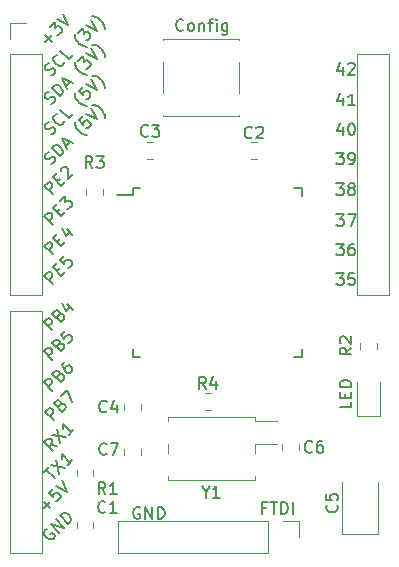
<source format=gbr>
G04 #@! TF.GenerationSoftware,KiCad,Pcbnew,(5.1.5-0-10_14)*
G04 #@! TF.CreationDate,2020-11-09T16:05:26+01:00*
G04 #@! TF.ProjectId,ATmega128_CC1101_Board,41546d65-6761-4313-9238-5f4343313130,rev?*
G04 #@! TF.SameCoordinates,Original*
G04 #@! TF.FileFunction,Legend,Top*
G04 #@! TF.FilePolarity,Positive*
%FSLAX46Y46*%
G04 Gerber Fmt 4.6, Leading zero omitted, Abs format (unit mm)*
G04 Created by KiCad (PCBNEW (5.1.5-0-10_14)) date 2020-11-09 16:05:26*
%MOMM*%
%LPD*%
G04 APERTURE LIST*
%ADD10C,0.150000*%
%ADD11C,0.120000*%
G04 APERTURE END LIST*
D10*
X104041370Y-67859644D02*
X104580118Y-67320896D01*
X104580118Y-67859644D02*
X104041370Y-67320896D01*
X104411759Y-66613790D02*
X104849492Y-66176057D01*
X104883164Y-66681133D01*
X104984179Y-66580118D01*
X105085194Y-66546446D01*
X105152538Y-66546446D01*
X105253553Y-66580118D01*
X105421912Y-66748477D01*
X105455583Y-66849492D01*
X105455583Y-66916835D01*
X105421912Y-67017851D01*
X105219881Y-67219881D01*
X105118866Y-67253553D01*
X105051522Y-67253553D01*
X105051522Y-65974026D02*
X105994331Y-66445431D01*
X105522927Y-65502622D01*
X104678087Y-88361675D02*
X103970981Y-87654568D01*
X104240355Y-87385194D01*
X104341370Y-87351522D01*
X104408713Y-87351522D01*
X104509729Y-87385194D01*
X104610744Y-87486209D01*
X104644416Y-87587225D01*
X104644416Y-87654568D01*
X104610744Y-87755583D01*
X104341370Y-88024957D01*
X105014805Y-87284179D02*
X105250507Y-87048477D01*
X105721912Y-87317851D02*
X105385194Y-87654568D01*
X104678087Y-86947461D01*
X105014805Y-86610744D01*
X105654568Y-85970981D02*
X105317851Y-86307698D01*
X105620896Y-86678087D01*
X105620896Y-86610744D01*
X105654568Y-86509729D01*
X105822927Y-86341370D01*
X105923942Y-86307698D01*
X105991286Y-86307698D01*
X106092301Y-86341370D01*
X106260660Y-86509729D01*
X106294331Y-86610744D01*
X106294331Y-86678087D01*
X106260660Y-86779103D01*
X106092301Y-86947461D01*
X105991286Y-86981133D01*
X105923942Y-86981133D01*
X104678087Y-85861675D02*
X103970981Y-85154568D01*
X104240355Y-84885194D01*
X104341370Y-84851522D01*
X104408713Y-84851522D01*
X104509729Y-84885194D01*
X104610744Y-84986209D01*
X104644416Y-85087225D01*
X104644416Y-85154568D01*
X104610744Y-85255583D01*
X104341370Y-85524957D01*
X105014805Y-84784179D02*
X105250507Y-84548477D01*
X105721912Y-84817851D02*
X105385194Y-85154568D01*
X104678087Y-84447461D01*
X105014805Y-84110744D01*
X105856599Y-83740355D02*
X106328003Y-84211759D01*
X105418866Y-83639339D02*
X105755583Y-84312774D01*
X106193316Y-83875042D01*
X104678087Y-83361675D02*
X103970981Y-82654568D01*
X104240355Y-82385194D01*
X104341370Y-82351522D01*
X104408713Y-82351522D01*
X104509729Y-82385194D01*
X104610744Y-82486209D01*
X104644416Y-82587225D01*
X104644416Y-82654568D01*
X104610744Y-82755583D01*
X104341370Y-83024957D01*
X105014805Y-82284179D02*
X105250507Y-82048477D01*
X105721912Y-82317851D02*
X105385194Y-82654568D01*
X104678087Y-81947461D01*
X105014805Y-81610744D01*
X105250507Y-81375042D02*
X105688240Y-80937309D01*
X105721912Y-81442385D01*
X105822927Y-81341370D01*
X105923942Y-81307698D01*
X105991286Y-81307698D01*
X106092301Y-81341370D01*
X106260660Y-81509729D01*
X106294331Y-81610744D01*
X106294331Y-81678087D01*
X106260660Y-81779103D01*
X106058629Y-81981133D01*
X105957614Y-82014805D01*
X105890270Y-82014805D01*
X104678087Y-80761675D02*
X103970981Y-80054568D01*
X104240355Y-79785194D01*
X104341370Y-79751522D01*
X104408713Y-79751522D01*
X104509729Y-79785194D01*
X104610744Y-79886209D01*
X104644416Y-79987225D01*
X104644416Y-80054568D01*
X104610744Y-80155583D01*
X104341370Y-80424957D01*
X105014805Y-79684179D02*
X105250507Y-79448477D01*
X105721912Y-79717851D02*
X105385194Y-80054568D01*
X104678087Y-79347461D01*
X105014805Y-79010744D01*
X105351522Y-78808713D02*
X105351522Y-78741370D01*
X105385194Y-78640355D01*
X105553553Y-78471996D01*
X105654568Y-78438324D01*
X105721912Y-78438324D01*
X105822927Y-78471996D01*
X105890270Y-78539339D01*
X105957614Y-78674026D01*
X105957614Y-79482148D01*
X106395347Y-79044416D01*
X104547038Y-78225381D02*
X104681725Y-78158037D01*
X104850084Y-77989679D01*
X104883755Y-77888663D01*
X104883755Y-77821320D01*
X104850084Y-77720305D01*
X104782740Y-77652961D01*
X104681725Y-77619289D01*
X104614381Y-77619289D01*
X104513366Y-77652961D01*
X104345007Y-77753976D01*
X104243992Y-77787648D01*
X104176649Y-77787648D01*
X104075633Y-77753976D01*
X104008290Y-77686633D01*
X103974618Y-77585618D01*
X103974618Y-77518274D01*
X104008290Y-77417259D01*
X104176649Y-77248900D01*
X104311336Y-77181557D01*
X105287816Y-77551946D02*
X104580710Y-76844839D01*
X104749068Y-76676480D01*
X104883755Y-76609137D01*
X105018442Y-76609137D01*
X105119458Y-76642809D01*
X105287816Y-76743824D01*
X105388832Y-76844839D01*
X105489847Y-77013198D01*
X105523519Y-77114213D01*
X105523519Y-77248900D01*
X105456175Y-77383587D01*
X105287816Y-77551946D01*
X105759221Y-76676480D02*
X106095938Y-76339763D01*
X105893908Y-76945854D02*
X105422503Y-76003045D01*
X106365312Y-76474450D01*
X107611167Y-75767343D02*
X107543824Y-75767343D01*
X107375465Y-75733671D01*
X107274450Y-75699999D01*
X107139763Y-75632656D01*
X106937732Y-75497969D01*
X106803045Y-75363282D01*
X106668358Y-75161251D01*
X106601015Y-75026564D01*
X106567343Y-74925549D01*
X106533671Y-74757190D01*
X106533671Y-74689847D01*
X107240778Y-74184771D02*
X106904061Y-74521488D01*
X107207106Y-74891877D01*
X107207106Y-74824534D01*
X107240778Y-74723519D01*
X107409137Y-74555160D01*
X107510152Y-74521488D01*
X107577496Y-74521488D01*
X107678511Y-74555160D01*
X107846870Y-74723519D01*
X107880541Y-74824534D01*
X107880541Y-74891877D01*
X107846870Y-74992893D01*
X107678511Y-75161251D01*
X107577496Y-75194923D01*
X107510152Y-75194923D01*
X107476480Y-73949068D02*
X108419289Y-74420473D01*
X107947885Y-73477664D01*
X109092724Y-74285786D02*
X109092724Y-74218442D01*
X109059053Y-74050084D01*
X109025381Y-73949068D01*
X108958037Y-73814381D01*
X108823350Y-73612351D01*
X108688663Y-73477664D01*
X108486633Y-73342977D01*
X108351946Y-73275633D01*
X108250931Y-73241962D01*
X108082572Y-73208290D01*
X108015228Y-73208290D01*
X104563874Y-75708545D02*
X104698561Y-75641201D01*
X104866920Y-75472843D01*
X104900591Y-75371827D01*
X104900591Y-75304484D01*
X104866920Y-75203469D01*
X104799576Y-75136125D01*
X104698561Y-75102453D01*
X104631217Y-75102453D01*
X104530202Y-75136125D01*
X104361843Y-75237140D01*
X104260828Y-75270812D01*
X104193485Y-75270812D01*
X104092469Y-75237140D01*
X104025126Y-75169797D01*
X103991454Y-75068782D01*
X103991454Y-75001438D01*
X104025126Y-74900423D01*
X104193485Y-74732064D01*
X104328172Y-74664721D01*
X105641370Y-74563705D02*
X105641370Y-74631049D01*
X105574026Y-74765736D01*
X105506683Y-74833079D01*
X105371996Y-74900423D01*
X105237309Y-74900423D01*
X105136294Y-74866751D01*
X104967935Y-74765736D01*
X104866920Y-74664721D01*
X104765904Y-74496362D01*
X104732233Y-74395347D01*
X104732233Y-74260660D01*
X104799576Y-74125973D01*
X104866920Y-74058629D01*
X105001607Y-73991286D01*
X105068950Y-73991286D01*
X106348477Y-73991286D02*
X106011759Y-74328003D01*
X105304652Y-73620896D01*
X107594331Y-73284179D02*
X107526988Y-73284179D01*
X107358629Y-73250507D01*
X107257614Y-73216835D01*
X107122927Y-73149492D01*
X106920896Y-73014805D01*
X106786209Y-72880118D01*
X106651522Y-72678087D01*
X106584179Y-72543400D01*
X106550507Y-72442385D01*
X106516835Y-72274026D01*
X106516835Y-72206683D01*
X107223942Y-71701607D02*
X106887225Y-72038324D01*
X107190270Y-72408713D01*
X107190270Y-72341370D01*
X107223942Y-72240355D01*
X107392301Y-72071996D01*
X107493316Y-72038324D01*
X107560660Y-72038324D01*
X107661675Y-72071996D01*
X107830034Y-72240355D01*
X107863705Y-72341370D01*
X107863705Y-72408713D01*
X107830034Y-72509729D01*
X107661675Y-72678087D01*
X107560660Y-72711759D01*
X107493316Y-72711759D01*
X107459644Y-71465904D02*
X108402453Y-71937309D01*
X107931049Y-70994500D01*
X109075888Y-71802622D02*
X109075888Y-71735278D01*
X109042217Y-71566920D01*
X109008545Y-71465904D01*
X108941201Y-71331217D01*
X108806514Y-71129187D01*
X108671827Y-70994500D01*
X108469797Y-70859813D01*
X108335110Y-70792469D01*
X108234095Y-70758798D01*
X108065736Y-70725126D01*
X107998392Y-70725126D01*
X104547038Y-73125381D02*
X104681725Y-73058037D01*
X104850084Y-72889679D01*
X104883755Y-72788663D01*
X104883755Y-72721320D01*
X104850084Y-72620305D01*
X104782740Y-72552961D01*
X104681725Y-72519289D01*
X104614381Y-72519289D01*
X104513366Y-72552961D01*
X104345007Y-72653976D01*
X104243992Y-72687648D01*
X104176649Y-72687648D01*
X104075633Y-72653976D01*
X104008290Y-72586633D01*
X103974618Y-72485618D01*
X103974618Y-72418274D01*
X104008290Y-72317259D01*
X104176649Y-72148900D01*
X104311336Y-72081557D01*
X105287816Y-72451946D02*
X104580710Y-71744839D01*
X104749068Y-71576480D01*
X104883755Y-71509137D01*
X105018442Y-71509137D01*
X105119458Y-71542809D01*
X105287816Y-71643824D01*
X105388832Y-71744839D01*
X105489847Y-71913198D01*
X105523519Y-72014213D01*
X105523519Y-72148900D01*
X105456175Y-72283587D01*
X105287816Y-72451946D01*
X105759221Y-71576480D02*
X106095938Y-71239763D01*
X105893908Y-71845854D02*
X105422503Y-70903045D01*
X106365312Y-71374450D01*
X107611167Y-70667343D02*
X107543824Y-70667343D01*
X107375465Y-70633671D01*
X107274450Y-70599999D01*
X107139763Y-70532656D01*
X106937732Y-70397969D01*
X106803045Y-70263282D01*
X106668358Y-70061251D01*
X106601015Y-69926564D01*
X106567343Y-69825549D01*
X106533671Y-69657190D01*
X106533671Y-69589847D01*
X106836717Y-69488832D02*
X107274450Y-69051099D01*
X107308122Y-69556175D01*
X107409137Y-69455160D01*
X107510152Y-69421488D01*
X107577496Y-69421488D01*
X107678511Y-69455160D01*
X107846870Y-69623519D01*
X107880541Y-69724534D01*
X107880541Y-69791877D01*
X107846870Y-69892893D01*
X107644839Y-70094923D01*
X107543824Y-70128595D01*
X107476480Y-70128595D01*
X107476480Y-68849068D02*
X108419289Y-69320473D01*
X107947885Y-68377664D01*
X109092724Y-69185786D02*
X109092724Y-69118442D01*
X109059053Y-68950084D01*
X109025381Y-68849068D01*
X108958037Y-68714381D01*
X108823350Y-68512351D01*
X108688663Y-68377664D01*
X108486633Y-68242977D01*
X108351946Y-68175633D01*
X108250931Y-68141962D01*
X108082572Y-68108290D01*
X108015228Y-68108290D01*
X104563874Y-70708545D02*
X104698561Y-70641201D01*
X104866920Y-70472843D01*
X104900591Y-70371827D01*
X104900591Y-70304484D01*
X104866920Y-70203469D01*
X104799576Y-70136125D01*
X104698561Y-70102453D01*
X104631217Y-70102453D01*
X104530202Y-70136125D01*
X104361843Y-70237140D01*
X104260828Y-70270812D01*
X104193485Y-70270812D01*
X104092469Y-70237140D01*
X104025126Y-70169797D01*
X103991454Y-70068782D01*
X103991454Y-70001438D01*
X104025126Y-69900423D01*
X104193485Y-69732064D01*
X104328172Y-69664721D01*
X105641370Y-69563705D02*
X105641370Y-69631049D01*
X105574026Y-69765736D01*
X105506683Y-69833079D01*
X105371996Y-69900423D01*
X105237309Y-69900423D01*
X105136294Y-69866751D01*
X104967935Y-69765736D01*
X104866920Y-69664721D01*
X104765904Y-69496362D01*
X104732233Y-69395347D01*
X104732233Y-69260660D01*
X104799576Y-69125973D01*
X104866920Y-69058629D01*
X105001607Y-68991286D01*
X105068950Y-68991286D01*
X106348477Y-68991286D02*
X106011759Y-69328003D01*
X105304652Y-68620896D01*
X107594331Y-68284179D02*
X107526988Y-68284179D01*
X107358629Y-68250507D01*
X107257614Y-68216835D01*
X107122927Y-68149492D01*
X106920896Y-68014805D01*
X106786209Y-67880118D01*
X106651522Y-67678087D01*
X106584179Y-67543400D01*
X106550507Y-67442385D01*
X106516835Y-67274026D01*
X106516835Y-67206683D01*
X106819881Y-67105668D02*
X107257614Y-66667935D01*
X107291286Y-67173011D01*
X107392301Y-67071996D01*
X107493316Y-67038324D01*
X107560660Y-67038324D01*
X107661675Y-67071996D01*
X107830034Y-67240355D01*
X107863705Y-67341370D01*
X107863705Y-67408713D01*
X107830034Y-67509729D01*
X107628003Y-67711759D01*
X107526988Y-67745431D01*
X107459644Y-67745431D01*
X107459644Y-66465904D02*
X108402453Y-66937309D01*
X107931049Y-65994500D01*
X109075888Y-66802622D02*
X109075888Y-66735278D01*
X109042217Y-66566920D01*
X109008545Y-66465904D01*
X108941201Y-66331217D01*
X108806514Y-66129187D01*
X108671827Y-65994500D01*
X108469797Y-65859813D01*
X108335110Y-65792469D01*
X108234095Y-65758798D01*
X108065736Y-65725126D01*
X107998392Y-65725126D01*
X104644416Y-92295347D02*
X103937309Y-91588240D01*
X104206683Y-91318866D01*
X104307698Y-91285194D01*
X104375042Y-91285194D01*
X104476057Y-91318866D01*
X104577072Y-91419881D01*
X104610744Y-91520896D01*
X104610744Y-91588240D01*
X104577072Y-91689255D01*
X104307698Y-91958629D01*
X105216835Y-90982148D02*
X105351522Y-90914805D01*
X105418866Y-90914805D01*
X105519881Y-90948477D01*
X105620896Y-91049492D01*
X105654568Y-91150507D01*
X105654568Y-91217851D01*
X105620896Y-91318866D01*
X105351522Y-91588240D01*
X104644416Y-90881133D01*
X104880118Y-90645431D01*
X104981133Y-90611759D01*
X105048477Y-90611759D01*
X105149492Y-90645431D01*
X105216835Y-90712774D01*
X105250507Y-90813790D01*
X105250507Y-90881133D01*
X105216835Y-90982148D01*
X104981133Y-91217851D01*
X105890270Y-90106683D02*
X106361675Y-90578087D01*
X105452538Y-90005668D02*
X105789255Y-90679103D01*
X106226988Y-90241370D01*
X104644416Y-94795347D02*
X103937309Y-94088240D01*
X104206683Y-93818866D01*
X104307698Y-93785194D01*
X104375042Y-93785194D01*
X104476057Y-93818866D01*
X104577072Y-93919881D01*
X104610744Y-94020896D01*
X104610744Y-94088240D01*
X104577072Y-94189255D01*
X104307698Y-94458629D01*
X105216835Y-93482148D02*
X105351522Y-93414805D01*
X105418866Y-93414805D01*
X105519881Y-93448477D01*
X105620896Y-93549492D01*
X105654568Y-93650507D01*
X105654568Y-93717851D01*
X105620896Y-93818866D01*
X105351522Y-94088240D01*
X104644416Y-93381133D01*
X104880118Y-93145431D01*
X104981133Y-93111759D01*
X105048477Y-93111759D01*
X105149492Y-93145431D01*
X105216835Y-93212774D01*
X105250507Y-93313790D01*
X105250507Y-93381133D01*
X105216835Y-93482148D01*
X104981133Y-93717851D01*
X105688240Y-92337309D02*
X105351522Y-92674026D01*
X105654568Y-93044416D01*
X105654568Y-92977072D01*
X105688240Y-92876057D01*
X105856599Y-92707698D01*
X105957614Y-92674026D01*
X106024957Y-92674026D01*
X106125973Y-92707698D01*
X106294331Y-92876057D01*
X106328003Y-92977072D01*
X106328003Y-93044416D01*
X106294331Y-93145431D01*
X106125973Y-93313790D01*
X106024957Y-93347461D01*
X105957614Y-93347461D01*
X104644416Y-97395347D02*
X103937309Y-96688240D01*
X104206683Y-96418866D01*
X104307698Y-96385194D01*
X104375042Y-96385194D01*
X104476057Y-96418866D01*
X104577072Y-96519881D01*
X104610744Y-96620896D01*
X104610744Y-96688240D01*
X104577072Y-96789255D01*
X104307698Y-97058629D01*
X105216835Y-96082148D02*
X105351522Y-96014805D01*
X105418866Y-96014805D01*
X105519881Y-96048477D01*
X105620896Y-96149492D01*
X105654568Y-96250507D01*
X105654568Y-96317851D01*
X105620896Y-96418866D01*
X105351522Y-96688240D01*
X104644416Y-95981133D01*
X104880118Y-95745431D01*
X104981133Y-95711759D01*
X105048477Y-95711759D01*
X105149492Y-95745431D01*
X105216835Y-95812774D01*
X105250507Y-95913790D01*
X105250507Y-95981133D01*
X105216835Y-96082148D01*
X104981133Y-96317851D01*
X105654568Y-94970981D02*
X105519881Y-95105668D01*
X105486209Y-95206683D01*
X105486209Y-95274026D01*
X105519881Y-95442385D01*
X105620896Y-95610744D01*
X105890270Y-95880118D01*
X105991286Y-95913790D01*
X106058629Y-95913790D01*
X106159644Y-95880118D01*
X106294331Y-95745431D01*
X106328003Y-95644416D01*
X106328003Y-95577072D01*
X106294331Y-95476057D01*
X106125973Y-95307698D01*
X106024957Y-95274026D01*
X105957614Y-95274026D01*
X105856599Y-95307698D01*
X105721912Y-95442385D01*
X105688240Y-95543400D01*
X105688240Y-95610744D01*
X105721912Y-95711759D01*
X104744416Y-99895347D02*
X104037309Y-99188240D01*
X104306683Y-98918866D01*
X104407698Y-98885194D01*
X104475042Y-98885194D01*
X104576057Y-98918866D01*
X104677072Y-99019881D01*
X104710744Y-99120896D01*
X104710744Y-99188240D01*
X104677072Y-99289255D01*
X104407698Y-99558629D01*
X105316835Y-98582148D02*
X105451522Y-98514805D01*
X105518866Y-98514805D01*
X105619881Y-98548477D01*
X105720896Y-98649492D01*
X105754568Y-98750507D01*
X105754568Y-98817851D01*
X105720896Y-98918866D01*
X105451522Y-99188240D01*
X104744416Y-98481133D01*
X104980118Y-98245431D01*
X105081133Y-98211759D01*
X105148477Y-98211759D01*
X105249492Y-98245431D01*
X105316835Y-98312774D01*
X105350507Y-98413790D01*
X105350507Y-98481133D01*
X105316835Y-98582148D01*
X105081133Y-98817851D01*
X105384179Y-97841370D02*
X105855583Y-97369965D01*
X106259644Y-98380118D01*
X105065312Y-102074450D02*
X104492893Y-101973435D01*
X104661251Y-102478511D02*
X103954145Y-101771404D01*
X104223519Y-101502030D01*
X104324534Y-101468358D01*
X104391877Y-101468358D01*
X104492893Y-101502030D01*
X104593908Y-101603045D01*
X104627580Y-101704061D01*
X104627580Y-101771404D01*
X104593908Y-101872419D01*
X104324534Y-102141793D01*
X104593908Y-101131641D02*
X105772419Y-101367343D01*
X105065312Y-100660236D02*
X105301015Y-101838748D01*
X106412183Y-100727580D02*
X106008122Y-101131641D01*
X106210152Y-100929610D02*
X105503045Y-100222503D01*
X105536717Y-100390862D01*
X105536717Y-100525549D01*
X105503045Y-100626564D01*
X103937309Y-104288240D02*
X104341370Y-103884179D01*
X104846446Y-104793316D02*
X104139339Y-104086209D01*
X104509729Y-103715820D02*
X105688240Y-103951522D01*
X104981133Y-103244416D02*
X105216835Y-104422927D01*
X106328003Y-103311759D02*
X105923942Y-103715820D01*
X106125973Y-103513790D02*
X105418866Y-102806683D01*
X105452538Y-102975042D01*
X105452538Y-103109729D01*
X105418866Y-103210744D01*
X103941370Y-107359644D02*
X104480118Y-106820896D01*
X104480118Y-107359644D02*
X103941370Y-106820896D01*
X104715820Y-105709729D02*
X104379103Y-106046446D01*
X104682148Y-106416835D01*
X104682148Y-106349492D01*
X104715820Y-106248477D01*
X104884179Y-106080118D01*
X104985194Y-106046446D01*
X105052538Y-106046446D01*
X105153553Y-106080118D01*
X105321912Y-106248477D01*
X105355583Y-106349492D01*
X105355583Y-106416835D01*
X105321912Y-106517851D01*
X105153553Y-106686209D01*
X105052538Y-106719881D01*
X104985194Y-106719881D01*
X104951522Y-105474026D02*
X105894331Y-105945431D01*
X105422927Y-105002622D01*
X104207698Y-109085194D02*
X104106683Y-109118866D01*
X104005668Y-109219881D01*
X103938324Y-109354568D01*
X103938324Y-109489255D01*
X103971996Y-109590270D01*
X104073011Y-109758629D01*
X104174026Y-109859644D01*
X104342385Y-109960660D01*
X104443400Y-109994331D01*
X104578087Y-109994331D01*
X104712774Y-109926988D01*
X104780118Y-109859644D01*
X104847461Y-109724957D01*
X104847461Y-109657614D01*
X104611759Y-109421912D01*
X104477072Y-109556599D01*
X105217851Y-109421912D02*
X104510744Y-108714805D01*
X105621912Y-109017851D01*
X104914805Y-108310744D01*
X105958629Y-108681133D02*
X105251522Y-107974026D01*
X105419881Y-107805668D01*
X105554568Y-107738324D01*
X105689255Y-107738324D01*
X105790270Y-107771996D01*
X105958629Y-107873011D01*
X106059644Y-107974026D01*
X106160660Y-108142385D01*
X106194331Y-108243400D01*
X106194331Y-108378087D01*
X106126988Y-108512774D01*
X105958629Y-108681133D01*
X112038095Y-107300000D02*
X111942857Y-107252380D01*
X111800000Y-107252380D01*
X111657142Y-107300000D01*
X111561904Y-107395238D01*
X111514285Y-107490476D01*
X111466666Y-107680952D01*
X111466666Y-107823809D01*
X111514285Y-108014285D01*
X111561904Y-108109523D01*
X111657142Y-108204761D01*
X111800000Y-108252380D01*
X111895238Y-108252380D01*
X112038095Y-108204761D01*
X112085714Y-108157142D01*
X112085714Y-107823809D01*
X111895238Y-107823809D01*
X112514285Y-108252380D02*
X112514285Y-107252380D01*
X113085714Y-108252380D01*
X113085714Y-107252380D01*
X113561904Y-108252380D02*
X113561904Y-107252380D01*
X113800000Y-107252380D01*
X113942857Y-107300000D01*
X114038095Y-107395238D01*
X114085714Y-107490476D01*
X114133333Y-107680952D01*
X114133333Y-107823809D01*
X114085714Y-108014285D01*
X114038095Y-108109523D01*
X113942857Y-108204761D01*
X113800000Y-108252380D01*
X113561904Y-108252380D01*
X129214285Y-69985714D02*
X129214285Y-70652380D01*
X128976190Y-69604761D02*
X128738095Y-70319047D01*
X129357142Y-70319047D01*
X129690476Y-69747619D02*
X129738095Y-69700000D01*
X129833333Y-69652380D01*
X130071428Y-69652380D01*
X130166666Y-69700000D01*
X130214285Y-69747619D01*
X130261904Y-69842857D01*
X130261904Y-69938095D01*
X130214285Y-70080952D01*
X129642857Y-70652380D01*
X130261904Y-70652380D01*
X129214285Y-72585714D02*
X129214285Y-73252380D01*
X128976190Y-72204761D02*
X128738095Y-72919047D01*
X129357142Y-72919047D01*
X130261904Y-73252380D02*
X129690476Y-73252380D01*
X129976190Y-73252380D02*
X129976190Y-72252380D01*
X129880952Y-72395238D01*
X129785714Y-72490476D01*
X129690476Y-72538095D01*
X129214285Y-75085714D02*
X129214285Y-75752380D01*
X128976190Y-74704761D02*
X128738095Y-75419047D01*
X129357142Y-75419047D01*
X129928571Y-74752380D02*
X130023809Y-74752380D01*
X130119047Y-74800000D01*
X130166666Y-74847619D01*
X130214285Y-74942857D01*
X130261904Y-75133333D01*
X130261904Y-75371428D01*
X130214285Y-75561904D01*
X130166666Y-75657142D01*
X130119047Y-75704761D01*
X130023809Y-75752380D01*
X129928571Y-75752380D01*
X129833333Y-75704761D01*
X129785714Y-75657142D01*
X129738095Y-75561904D01*
X129690476Y-75371428D01*
X129690476Y-75133333D01*
X129738095Y-74942857D01*
X129785714Y-74847619D01*
X129833333Y-74800000D01*
X129928571Y-74752380D01*
X128690476Y-77252380D02*
X129309523Y-77252380D01*
X128976190Y-77633333D01*
X129119047Y-77633333D01*
X129214285Y-77680952D01*
X129261904Y-77728571D01*
X129309523Y-77823809D01*
X129309523Y-78061904D01*
X129261904Y-78157142D01*
X129214285Y-78204761D01*
X129119047Y-78252380D01*
X128833333Y-78252380D01*
X128738095Y-78204761D01*
X128690476Y-78157142D01*
X129785714Y-78252380D02*
X129976190Y-78252380D01*
X130071428Y-78204761D01*
X130119047Y-78157142D01*
X130214285Y-78014285D01*
X130261904Y-77823809D01*
X130261904Y-77442857D01*
X130214285Y-77347619D01*
X130166666Y-77300000D01*
X130071428Y-77252380D01*
X129880952Y-77252380D01*
X129785714Y-77300000D01*
X129738095Y-77347619D01*
X129690476Y-77442857D01*
X129690476Y-77680952D01*
X129738095Y-77776190D01*
X129785714Y-77823809D01*
X129880952Y-77871428D01*
X130071428Y-77871428D01*
X130166666Y-77823809D01*
X130214285Y-77776190D01*
X130261904Y-77680952D01*
X128690476Y-79852380D02*
X129309523Y-79852380D01*
X128976190Y-80233333D01*
X129119047Y-80233333D01*
X129214285Y-80280952D01*
X129261904Y-80328571D01*
X129309523Y-80423809D01*
X129309523Y-80661904D01*
X129261904Y-80757142D01*
X129214285Y-80804761D01*
X129119047Y-80852380D01*
X128833333Y-80852380D01*
X128738095Y-80804761D01*
X128690476Y-80757142D01*
X129880952Y-80280952D02*
X129785714Y-80233333D01*
X129738095Y-80185714D01*
X129690476Y-80090476D01*
X129690476Y-80042857D01*
X129738095Y-79947619D01*
X129785714Y-79900000D01*
X129880952Y-79852380D01*
X130071428Y-79852380D01*
X130166666Y-79900000D01*
X130214285Y-79947619D01*
X130261904Y-80042857D01*
X130261904Y-80090476D01*
X130214285Y-80185714D01*
X130166666Y-80233333D01*
X130071428Y-80280952D01*
X129880952Y-80280952D01*
X129785714Y-80328571D01*
X129738095Y-80376190D01*
X129690476Y-80471428D01*
X129690476Y-80661904D01*
X129738095Y-80757142D01*
X129785714Y-80804761D01*
X129880952Y-80852380D01*
X130071428Y-80852380D01*
X130166666Y-80804761D01*
X130214285Y-80757142D01*
X130261904Y-80661904D01*
X130261904Y-80471428D01*
X130214285Y-80376190D01*
X130166666Y-80328571D01*
X130071428Y-80280952D01*
X128690476Y-82452380D02*
X129309523Y-82452380D01*
X128976190Y-82833333D01*
X129119047Y-82833333D01*
X129214285Y-82880952D01*
X129261904Y-82928571D01*
X129309523Y-83023809D01*
X129309523Y-83261904D01*
X129261904Y-83357142D01*
X129214285Y-83404761D01*
X129119047Y-83452380D01*
X128833333Y-83452380D01*
X128738095Y-83404761D01*
X128690476Y-83357142D01*
X129642857Y-82452380D02*
X130309523Y-82452380D01*
X129880952Y-83452380D01*
X128690476Y-84952380D02*
X129309523Y-84952380D01*
X128976190Y-85333333D01*
X129119047Y-85333333D01*
X129214285Y-85380952D01*
X129261904Y-85428571D01*
X129309523Y-85523809D01*
X129309523Y-85761904D01*
X129261904Y-85857142D01*
X129214285Y-85904761D01*
X129119047Y-85952380D01*
X128833333Y-85952380D01*
X128738095Y-85904761D01*
X128690476Y-85857142D01*
X130166666Y-84952380D02*
X129976190Y-84952380D01*
X129880952Y-85000000D01*
X129833333Y-85047619D01*
X129738095Y-85190476D01*
X129690476Y-85380952D01*
X129690476Y-85761904D01*
X129738095Y-85857142D01*
X129785714Y-85904761D01*
X129880952Y-85952380D01*
X130071428Y-85952380D01*
X130166666Y-85904761D01*
X130214285Y-85857142D01*
X130261904Y-85761904D01*
X130261904Y-85523809D01*
X130214285Y-85428571D01*
X130166666Y-85380952D01*
X130071428Y-85333333D01*
X129880952Y-85333333D01*
X129785714Y-85380952D01*
X129738095Y-85428571D01*
X129690476Y-85523809D01*
X128690476Y-87452380D02*
X129309523Y-87452380D01*
X128976190Y-87833333D01*
X129119047Y-87833333D01*
X129214285Y-87880952D01*
X129261904Y-87928571D01*
X129309523Y-88023809D01*
X129309523Y-88261904D01*
X129261904Y-88357142D01*
X129214285Y-88404761D01*
X129119047Y-88452380D01*
X128833333Y-88452380D01*
X128738095Y-88404761D01*
X128690476Y-88357142D01*
X130214285Y-87452380D02*
X129738095Y-87452380D01*
X129690476Y-87928571D01*
X129738095Y-87880952D01*
X129833333Y-87833333D01*
X130071428Y-87833333D01*
X130166666Y-87880952D01*
X130214285Y-87928571D01*
X130261904Y-88023809D01*
X130261904Y-88261904D01*
X130214285Y-88357142D01*
X130166666Y-88404761D01*
X130071428Y-88452380D01*
X129833333Y-88452380D01*
X129738095Y-88404761D01*
X129690476Y-88357142D01*
D11*
X101070000Y-66270000D02*
X102400000Y-66270000D01*
X101070000Y-67600000D02*
X101070000Y-66270000D01*
X101070000Y-68870000D02*
X103730000Y-68870000D01*
X103730000Y-68870000D02*
X103730000Y-68930000D01*
X101070000Y-68870000D02*
X101070000Y-68930000D01*
X101070000Y-68930000D02*
X103730000Y-68930000D01*
X101070000Y-68900000D02*
X103730000Y-68900000D01*
X103730000Y-68900000D02*
X103730000Y-89310000D01*
X101070000Y-68900000D02*
X101070000Y-89310000D01*
X101070000Y-89310000D02*
X103730000Y-89310000D01*
X133130000Y-89300000D02*
X130470000Y-89300000D01*
X130470000Y-89300000D02*
X130470000Y-68890000D01*
X133130000Y-89300000D02*
X133130000Y-68890000D01*
X133130000Y-68890000D02*
X130470000Y-68890000D01*
X101070000Y-90700000D02*
X103730000Y-90700000D01*
X103730000Y-90700000D02*
X103730000Y-111110000D01*
X101070000Y-90700000D02*
X101070000Y-111110000D01*
X101070000Y-111110000D02*
X103730000Y-111110000D01*
X113970000Y-74130000D02*
X120430000Y-74130000D01*
X113970000Y-69600000D02*
X113970000Y-72200000D01*
X113970000Y-67670000D02*
X120430000Y-67670000D01*
X120430000Y-69600000D02*
X120430000Y-72200000D01*
X113970000Y-67700000D02*
X113970000Y-67670000D01*
X113970000Y-74130000D02*
X113970000Y-74100000D01*
X120430000Y-74130000D02*
X120430000Y-74100000D01*
X120430000Y-67670000D02*
X120430000Y-67700000D01*
X132210000Y-109535000D02*
X132210000Y-105150000D01*
X129190000Y-109535000D02*
X132210000Y-109535000D01*
X129190000Y-105150000D02*
X129190000Y-109535000D01*
X118061252Y-97590000D02*
X117538748Y-97590000D01*
X118061252Y-99010000D02*
X117538748Y-99010000D01*
X114400000Y-102650000D02*
X114400000Y-101950000D01*
X121800000Y-101950000D02*
X121800000Y-102650000D01*
X123650000Y-101950000D02*
X121800000Y-101950000D01*
X114400000Y-99600000D02*
X114400000Y-100010000D01*
X121800000Y-99600000D02*
X114400000Y-99600000D01*
X121800000Y-100010000D02*
X121800000Y-99600000D01*
X123650000Y-100010000D02*
X121800000Y-100010000D01*
X114400000Y-105000000D02*
X114400000Y-104590000D01*
X121800000Y-105000000D02*
X114400000Y-105000000D01*
X121800000Y-104590000D02*
X121800000Y-105000000D01*
X110690000Y-98538748D02*
X110690000Y-99061252D01*
X112110000Y-98538748D02*
X112110000Y-99061252D01*
D10*
X111425000Y-80800000D02*
X110150000Y-80800000D01*
X125775000Y-80225000D02*
X125100000Y-80225000D01*
X125775000Y-94575000D02*
X125100000Y-94575000D01*
X111425000Y-94575000D02*
X112100000Y-94575000D01*
X111425000Y-80225000D02*
X112100000Y-80225000D01*
X111425000Y-94575000D02*
X111425000Y-93900000D01*
X125775000Y-94575000D02*
X125775000Y-93900000D01*
X125775000Y-80225000D02*
X125775000Y-80900000D01*
X111425000Y-80225000D02*
X111425000Y-80800000D01*
D11*
X108910000Y-80861252D02*
X108910000Y-80338748D01*
X107490000Y-80861252D02*
X107490000Y-80338748D01*
X130670000Y-93338748D02*
X130670000Y-93861252D01*
X132090000Y-93338748D02*
X132090000Y-93861252D01*
X106690000Y-104138748D02*
X106690000Y-104661252D01*
X108110000Y-104138748D02*
X108110000Y-104661252D01*
X125530000Y-108470000D02*
X125530000Y-109800000D01*
X124200000Y-108470000D02*
X125530000Y-108470000D01*
X122930000Y-108470000D02*
X122930000Y-111130000D01*
X122930000Y-111130000D02*
X110170000Y-111130000D01*
X122930000Y-108470000D02*
X110170000Y-108470000D01*
X110170000Y-108470000D02*
X110170000Y-111130000D01*
X132360000Y-99560000D02*
X132360000Y-96700000D01*
X130440000Y-99560000D02*
X132360000Y-99560000D01*
X130440000Y-96700000D02*
X130440000Y-99560000D01*
X110690000Y-102338748D02*
X110690000Y-102861252D01*
X112110000Y-102338748D02*
X112110000Y-102861252D01*
X125510000Y-102461252D02*
X125510000Y-101938748D01*
X124090000Y-102461252D02*
X124090000Y-101938748D01*
X121961252Y-76390000D02*
X121438748Y-76390000D01*
X121961252Y-77810000D02*
X121438748Y-77810000D01*
X112638748Y-77810000D02*
X113161252Y-77810000D01*
X112638748Y-76390000D02*
X113161252Y-76390000D01*
X106690000Y-108538748D02*
X106690000Y-109061252D01*
X108110000Y-108538748D02*
X108110000Y-109061252D01*
D10*
X115728571Y-66857142D02*
X115680952Y-66904761D01*
X115538095Y-66952380D01*
X115442857Y-66952380D01*
X115300000Y-66904761D01*
X115204761Y-66809523D01*
X115157142Y-66714285D01*
X115109523Y-66523809D01*
X115109523Y-66380952D01*
X115157142Y-66190476D01*
X115204761Y-66095238D01*
X115300000Y-66000000D01*
X115442857Y-65952380D01*
X115538095Y-65952380D01*
X115680952Y-66000000D01*
X115728571Y-66047619D01*
X116300000Y-66952380D02*
X116204761Y-66904761D01*
X116157142Y-66857142D01*
X116109523Y-66761904D01*
X116109523Y-66476190D01*
X116157142Y-66380952D01*
X116204761Y-66333333D01*
X116300000Y-66285714D01*
X116442857Y-66285714D01*
X116538095Y-66333333D01*
X116585714Y-66380952D01*
X116633333Y-66476190D01*
X116633333Y-66761904D01*
X116585714Y-66857142D01*
X116538095Y-66904761D01*
X116442857Y-66952380D01*
X116300000Y-66952380D01*
X117061904Y-66285714D02*
X117061904Y-66952380D01*
X117061904Y-66380952D02*
X117109523Y-66333333D01*
X117204761Y-66285714D01*
X117347619Y-66285714D01*
X117442857Y-66333333D01*
X117490476Y-66428571D01*
X117490476Y-66952380D01*
X117823809Y-66285714D02*
X118204761Y-66285714D01*
X117966666Y-66952380D02*
X117966666Y-66095238D01*
X118014285Y-66000000D01*
X118109523Y-65952380D01*
X118204761Y-65952380D01*
X118538095Y-66952380D02*
X118538095Y-66285714D01*
X118538095Y-65952380D02*
X118490476Y-66000000D01*
X118538095Y-66047619D01*
X118585714Y-66000000D01*
X118538095Y-65952380D01*
X118538095Y-66047619D01*
X119442857Y-66285714D02*
X119442857Y-67095238D01*
X119395238Y-67190476D01*
X119347619Y-67238095D01*
X119252380Y-67285714D01*
X119109523Y-67285714D01*
X119014285Y-67238095D01*
X119442857Y-66904761D02*
X119347619Y-66952380D01*
X119157142Y-66952380D01*
X119061904Y-66904761D01*
X119014285Y-66857142D01*
X118966666Y-66761904D01*
X118966666Y-66476190D01*
X119014285Y-66380952D01*
X119061904Y-66333333D01*
X119157142Y-66285714D01*
X119347619Y-66285714D01*
X119442857Y-66333333D01*
X128707142Y-107066666D02*
X128754761Y-107114285D01*
X128802380Y-107257142D01*
X128802380Y-107352380D01*
X128754761Y-107495238D01*
X128659523Y-107590476D01*
X128564285Y-107638095D01*
X128373809Y-107685714D01*
X128230952Y-107685714D01*
X128040476Y-107638095D01*
X127945238Y-107590476D01*
X127850000Y-107495238D01*
X127802380Y-107352380D01*
X127802380Y-107257142D01*
X127850000Y-107114285D01*
X127897619Y-107066666D01*
X127802380Y-106161904D02*
X127802380Y-106638095D01*
X128278571Y-106685714D01*
X128230952Y-106638095D01*
X128183333Y-106542857D01*
X128183333Y-106304761D01*
X128230952Y-106209523D01*
X128278571Y-106161904D01*
X128373809Y-106114285D01*
X128611904Y-106114285D01*
X128707142Y-106161904D01*
X128754761Y-106209523D01*
X128802380Y-106304761D01*
X128802380Y-106542857D01*
X128754761Y-106638095D01*
X128707142Y-106685714D01*
X117633333Y-97252380D02*
X117300000Y-96776190D01*
X117061904Y-97252380D02*
X117061904Y-96252380D01*
X117442857Y-96252380D01*
X117538095Y-96300000D01*
X117585714Y-96347619D01*
X117633333Y-96442857D01*
X117633333Y-96585714D01*
X117585714Y-96680952D01*
X117538095Y-96728571D01*
X117442857Y-96776190D01*
X117061904Y-96776190D01*
X118490476Y-96585714D02*
X118490476Y-97252380D01*
X118252380Y-96204761D02*
X118014285Y-96919047D01*
X118633333Y-96919047D01*
X117623809Y-105976190D02*
X117623809Y-106452380D01*
X117290476Y-105452380D02*
X117623809Y-105976190D01*
X117957142Y-105452380D01*
X118814285Y-106452380D02*
X118242857Y-106452380D01*
X118528571Y-106452380D02*
X118528571Y-105452380D01*
X118433333Y-105595238D01*
X118338095Y-105690476D01*
X118242857Y-105738095D01*
X109233333Y-99157142D02*
X109185714Y-99204761D01*
X109042857Y-99252380D01*
X108947619Y-99252380D01*
X108804761Y-99204761D01*
X108709523Y-99109523D01*
X108661904Y-99014285D01*
X108614285Y-98823809D01*
X108614285Y-98680952D01*
X108661904Y-98490476D01*
X108709523Y-98395238D01*
X108804761Y-98300000D01*
X108947619Y-98252380D01*
X109042857Y-98252380D01*
X109185714Y-98300000D01*
X109233333Y-98347619D01*
X110090476Y-98585714D02*
X110090476Y-99252380D01*
X109852380Y-98204761D02*
X109614285Y-98919047D01*
X110233333Y-98919047D01*
X108033333Y-78552380D02*
X107700000Y-78076190D01*
X107461904Y-78552380D02*
X107461904Y-77552380D01*
X107842857Y-77552380D01*
X107938095Y-77600000D01*
X107985714Y-77647619D01*
X108033333Y-77742857D01*
X108033333Y-77885714D01*
X107985714Y-77980952D01*
X107938095Y-78028571D01*
X107842857Y-78076190D01*
X107461904Y-78076190D01*
X108366666Y-77552380D02*
X108985714Y-77552380D01*
X108652380Y-77933333D01*
X108795238Y-77933333D01*
X108890476Y-77980952D01*
X108938095Y-78028571D01*
X108985714Y-78123809D01*
X108985714Y-78361904D01*
X108938095Y-78457142D01*
X108890476Y-78504761D01*
X108795238Y-78552380D01*
X108509523Y-78552380D01*
X108414285Y-78504761D01*
X108366666Y-78457142D01*
X129952380Y-93766666D02*
X129476190Y-94100000D01*
X129952380Y-94338095D02*
X128952380Y-94338095D01*
X128952380Y-93957142D01*
X129000000Y-93861904D01*
X129047619Y-93814285D01*
X129142857Y-93766666D01*
X129285714Y-93766666D01*
X129380952Y-93814285D01*
X129428571Y-93861904D01*
X129476190Y-93957142D01*
X129476190Y-94338095D01*
X129047619Y-93385714D02*
X129000000Y-93338095D01*
X128952380Y-93242857D01*
X128952380Y-93004761D01*
X129000000Y-92909523D01*
X129047619Y-92861904D01*
X129142857Y-92814285D01*
X129238095Y-92814285D01*
X129380952Y-92861904D01*
X129952380Y-93433333D01*
X129952380Y-92814285D01*
X109133333Y-106152380D02*
X108800000Y-105676190D01*
X108561904Y-106152380D02*
X108561904Y-105152380D01*
X108942857Y-105152380D01*
X109038095Y-105200000D01*
X109085714Y-105247619D01*
X109133333Y-105342857D01*
X109133333Y-105485714D01*
X109085714Y-105580952D01*
X109038095Y-105628571D01*
X108942857Y-105676190D01*
X108561904Y-105676190D01*
X110085714Y-106152380D02*
X109514285Y-106152380D01*
X109800000Y-106152380D02*
X109800000Y-105152380D01*
X109704761Y-105295238D01*
X109609523Y-105390476D01*
X109514285Y-105438095D01*
X122723809Y-107328571D02*
X122390476Y-107328571D01*
X122390476Y-107852380D02*
X122390476Y-106852380D01*
X122866666Y-106852380D01*
X123104761Y-106852380D02*
X123676190Y-106852380D01*
X123390476Y-107852380D02*
X123390476Y-106852380D01*
X124009523Y-107852380D02*
X124009523Y-106852380D01*
X124247619Y-106852380D01*
X124390476Y-106900000D01*
X124485714Y-106995238D01*
X124533333Y-107090476D01*
X124580952Y-107280952D01*
X124580952Y-107423809D01*
X124533333Y-107614285D01*
X124485714Y-107709523D01*
X124390476Y-107804761D01*
X124247619Y-107852380D01*
X124009523Y-107852380D01*
X125009523Y-107852380D02*
X125009523Y-106852380D01*
X129952380Y-98342857D02*
X129952380Y-98819047D01*
X128952380Y-98819047D01*
X129428571Y-98009523D02*
X129428571Y-97676190D01*
X129952380Y-97533333D02*
X129952380Y-98009523D01*
X128952380Y-98009523D01*
X128952380Y-97533333D01*
X129952380Y-97104761D02*
X128952380Y-97104761D01*
X128952380Y-96866666D01*
X129000000Y-96723809D01*
X129095238Y-96628571D01*
X129190476Y-96580952D01*
X129380952Y-96533333D01*
X129523809Y-96533333D01*
X129714285Y-96580952D01*
X129809523Y-96628571D01*
X129904761Y-96723809D01*
X129952380Y-96866666D01*
X129952380Y-97104761D01*
X109233333Y-102757142D02*
X109185714Y-102804761D01*
X109042857Y-102852380D01*
X108947619Y-102852380D01*
X108804761Y-102804761D01*
X108709523Y-102709523D01*
X108661904Y-102614285D01*
X108614285Y-102423809D01*
X108614285Y-102280952D01*
X108661904Y-102090476D01*
X108709523Y-101995238D01*
X108804761Y-101900000D01*
X108947619Y-101852380D01*
X109042857Y-101852380D01*
X109185714Y-101900000D01*
X109233333Y-101947619D01*
X109566666Y-101852380D02*
X110233333Y-101852380D01*
X109804761Y-102852380D01*
X126633333Y-102557142D02*
X126585714Y-102604761D01*
X126442857Y-102652380D01*
X126347619Y-102652380D01*
X126204761Y-102604761D01*
X126109523Y-102509523D01*
X126061904Y-102414285D01*
X126014285Y-102223809D01*
X126014285Y-102080952D01*
X126061904Y-101890476D01*
X126109523Y-101795238D01*
X126204761Y-101700000D01*
X126347619Y-101652380D01*
X126442857Y-101652380D01*
X126585714Y-101700000D01*
X126633333Y-101747619D01*
X127490476Y-101652380D02*
X127300000Y-101652380D01*
X127204761Y-101700000D01*
X127157142Y-101747619D01*
X127061904Y-101890476D01*
X127014285Y-102080952D01*
X127014285Y-102461904D01*
X127061904Y-102557142D01*
X127109523Y-102604761D01*
X127204761Y-102652380D01*
X127395238Y-102652380D01*
X127490476Y-102604761D01*
X127538095Y-102557142D01*
X127585714Y-102461904D01*
X127585714Y-102223809D01*
X127538095Y-102128571D01*
X127490476Y-102080952D01*
X127395238Y-102033333D01*
X127204761Y-102033333D01*
X127109523Y-102080952D01*
X127061904Y-102128571D01*
X127014285Y-102223809D01*
X121533333Y-75957142D02*
X121485714Y-76004761D01*
X121342857Y-76052380D01*
X121247619Y-76052380D01*
X121104761Y-76004761D01*
X121009523Y-75909523D01*
X120961904Y-75814285D01*
X120914285Y-75623809D01*
X120914285Y-75480952D01*
X120961904Y-75290476D01*
X121009523Y-75195238D01*
X121104761Y-75100000D01*
X121247619Y-75052380D01*
X121342857Y-75052380D01*
X121485714Y-75100000D01*
X121533333Y-75147619D01*
X121914285Y-75147619D02*
X121961904Y-75100000D01*
X122057142Y-75052380D01*
X122295238Y-75052380D01*
X122390476Y-75100000D01*
X122438095Y-75147619D01*
X122485714Y-75242857D01*
X122485714Y-75338095D01*
X122438095Y-75480952D01*
X121866666Y-76052380D01*
X122485714Y-76052380D01*
X112733333Y-75807142D02*
X112685714Y-75854761D01*
X112542857Y-75902380D01*
X112447619Y-75902380D01*
X112304761Y-75854761D01*
X112209523Y-75759523D01*
X112161904Y-75664285D01*
X112114285Y-75473809D01*
X112114285Y-75330952D01*
X112161904Y-75140476D01*
X112209523Y-75045238D01*
X112304761Y-74950000D01*
X112447619Y-74902380D01*
X112542857Y-74902380D01*
X112685714Y-74950000D01*
X112733333Y-74997619D01*
X113066666Y-74902380D02*
X113685714Y-74902380D01*
X113352380Y-75283333D01*
X113495238Y-75283333D01*
X113590476Y-75330952D01*
X113638095Y-75378571D01*
X113685714Y-75473809D01*
X113685714Y-75711904D01*
X113638095Y-75807142D01*
X113590476Y-75854761D01*
X113495238Y-75902380D01*
X113209523Y-75902380D01*
X113114285Y-75854761D01*
X113066666Y-75807142D01*
X109133333Y-107657142D02*
X109085714Y-107704761D01*
X108942857Y-107752380D01*
X108847619Y-107752380D01*
X108704761Y-107704761D01*
X108609523Y-107609523D01*
X108561904Y-107514285D01*
X108514285Y-107323809D01*
X108514285Y-107180952D01*
X108561904Y-106990476D01*
X108609523Y-106895238D01*
X108704761Y-106800000D01*
X108847619Y-106752380D01*
X108942857Y-106752380D01*
X109085714Y-106800000D01*
X109133333Y-106847619D01*
X110085714Y-107752380D02*
X109514285Y-107752380D01*
X109800000Y-107752380D02*
X109800000Y-106752380D01*
X109704761Y-106895238D01*
X109609523Y-106990476D01*
X109514285Y-107038095D01*
M02*

</source>
